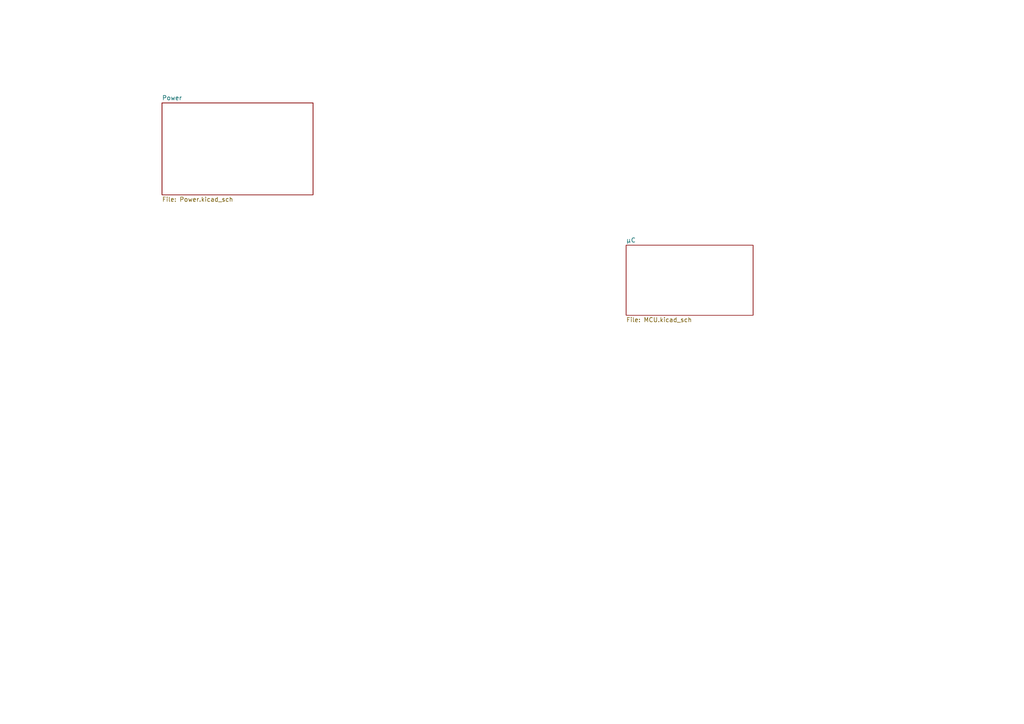
<source format=kicad_sch>
(kicad_sch
	(version 20231120)
	(generator "eeschema")
	(generator_version "8.0")
	(uuid "0dca9b66-f638-4727-874b-1b91b6921c17")
	(paper "A4")
	(lib_symbols)
	(sheet
		(at 46.99 29.845)
		(size 43.815 26.67)
		(fields_autoplaced yes)
		(stroke
			(width 0.1524)
			(type solid)
		)
		(fill
			(color 0 0 0 0.0000)
		)
		(uuid "91c9895f-7dce-429f-866f-2980d966c967")
		(property "Sheetname" "Power"
			(at 46.99 29.1334 0)
			(effects
				(font
					(size 1.27 1.27)
				)
				(justify left bottom)
			)
		)
		(property "Sheetfile" "Power.kicad_sch"
			(at 46.99 57.0996 0)
			(effects
				(font
					(size 1.27 1.27)
				)
				(justify left top)
			)
		)
		(instances
			(project "FT25-Charger"
				(path "/0dca9b66-f638-4727-874b-1b91b6921c17"
					(page "3")
				)
			)
		)
	)
	(sheet
		(at 181.61 71.12)
		(size 36.83 20.32)
		(fields_autoplaced yes)
		(stroke
			(width 0.1524)
			(type solid)
		)
		(fill
			(color 0 0 0 0.0000)
		)
		(uuid "927a4376-a166-4f69-84bd-032af3aa29f2")
		(property "Sheetname" "µC"
			(at 181.61 70.4084 0)
			(effects
				(font
					(size 1.27 1.27)
				)
				(justify left bottom)
			)
		)
		(property "Sheetfile" "MCU.kicad_sch"
			(at 181.61 92.0246 0)
			(effects
				(font
					(size 1.27 1.27)
				)
				(justify left top)
			)
		)
		(instances
			(project "FT25-Charger"
				(path "/0dca9b66-f638-4727-874b-1b91b6921c17"
					(page "2")
				)
			)
		)
	)
	(sheet_instances
		(path "/"
			(page "1")
		)
	)
)

</source>
